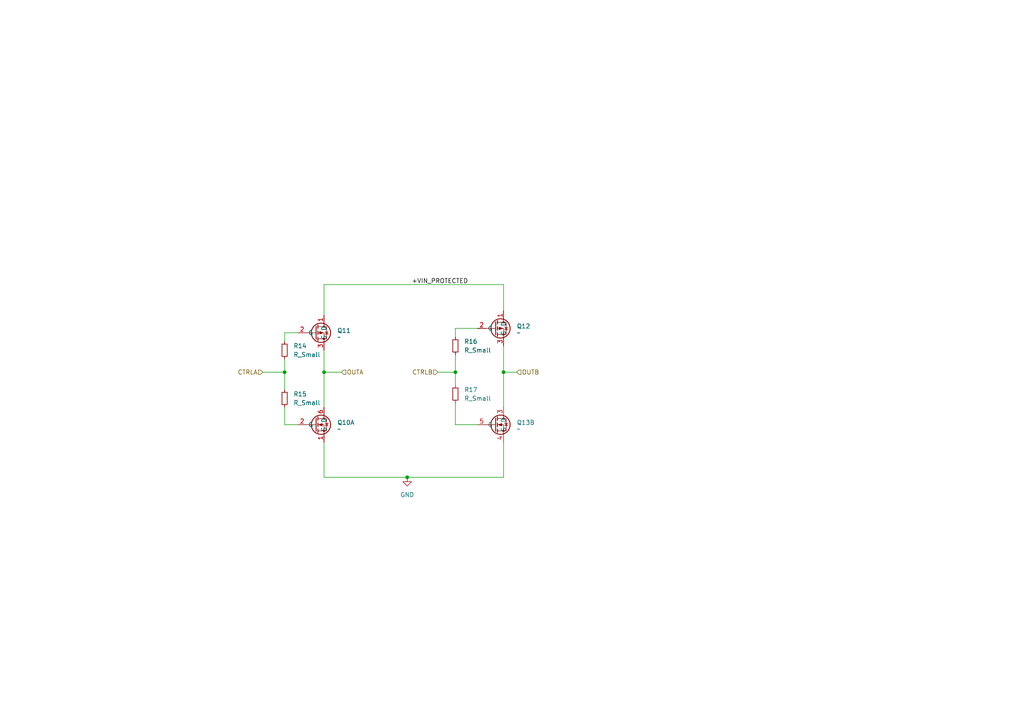
<source format=kicad_sch>
(kicad_sch (version 20250114) (generator "eeschema") (generator_version "9.0")
  (paper "A4")
  (lib_symbols
    (symbol "CMLDM7002AJ__2"
      (property "Reference" "Q" (at -4.572 4.064 0))
      (symbol "CMLDM7002AJ__2_0_1"
        (polyline (pts (xy -2.54 0) (xy -5.334 0)))
        (polyline (pts (xy -2.286 1.905) (xy -2.286 -1.905)) (stroke (width 0.254)))
        (polyline (pts (xy -1.778 2.286) (xy -1.778 1.27)) (stroke (width 0.254)))
        (polyline (pts (xy -1.778 0.508) (xy -1.778 -0.508)) (stroke (width 0.254)))
        (polyline (pts (xy -1.778 -1.27) (xy -1.778 -2.286)) (stroke (width 0.254)))
        (polyline (pts (xy -1.778 -1.778) (xy 0.762 -1.778) (xy 0.762 1.778) (xy -1.778 1.778)))
        (polyline (pts (xy -1.524 0) (xy -0.508 0.381) (xy -0.508 -0.381) (xy -1.524 0)) (fill (type outline)))
        (circle (center -0.889 0) (radius 2.794) (stroke (width 0.254)))
        (polyline (pts (xy 0 2.54) (xy 0 1.778)))
        (circle (center 0 1.778) (radius 0.254) (fill (type outline)))
        (circle (center 0 -1.778) (radius 0.254) (fill (type outline)))
        (polyline (pts (xy 0 -2.54) (xy 0 0) (xy -1.778 0)))
        (polyline (pts (xy 0.254 0.508) (xy 0.381 0.381) (xy 1.143 0.381) (xy 1.27 0.254)))
        (polyline (pts (xy 0.762 0.381) (xy 0.381 -0.254) (xy 1.143 -0.254) (xy 0.762 0.381)))
      )
      (symbol "CMLDM7002AJ__2_1_1"
        (pin passive line (at -7.62 0 0) (length 2.54) (name "G") (number "2"))
        (pin input line (at 0 5.08 270) (length 2.54) (name "D") (number "6"))
        (pin passive line (at 0 -5.08 90) (length 2.54) (name "S") (number "1"))
      )
      (symbol "CMLDM7002AJ__2_2_1"
        (pin passive line (at -7.62 0 0) (length 2.54) (name "G") (number "5"))
        (pin input line (at 0 5.08 270) (length 2.54) (name "D") (number "3"))
        (pin passive line (at 0 -5.08 90) (length 2.54) (name "S") (number "4"))
      )
    )
    (symbol "Device:R_Small" (pin_numbers (hide yes)) (pin_names (offset 0.254) (hide yes))
      (property "Reference" "R" (at 0.762 0.508 0))
      (property "Value" "R_Small" (at 0.762 -1.016 0))
      (symbol "R_Small_0_1"
        (rectangle (start -0.762 1.778) (end 0.762 -1.778) (stroke (width 0.2032)))
      )
      (symbol "R_Small_1_1"
        (pin passive line (at 0 2.54 270) (length 0.762) (name "~") (number "1"))
        (pin passive line (at 0 -2.54 90) (length 0.762) (name "~") (number "2"))
      )
    )
    (symbol "my_library:ZVP4525GTA"
      (property "Reference" "Q" (at -4.318 3.048 0))
      (symbol "ZVP4525GTA_0_1"
        (polyline (pts (xy -2.286 1.905) (xy -2.286 -1.905)) (stroke (width 0.254)))
        (polyline (pts (xy -2.286 0) (xy -5.08 0)))
        (polyline (pts (xy -1.778 2.286) (xy -1.778 1.27)) (stroke (width 0.254)))
        (polyline (pts (xy -1.778 1.778) (xy 0.762 1.778) (xy 0.762 -1.778) (xy -1.778 -1.778)))
        (polyline (pts (xy -1.778 0.508) (xy -1.778 -0.508)) (stroke (width 0.254)))
        (polyline (pts (xy -1.778 -1.27) (xy -1.778 -2.286)) (stroke (width 0.254)))
        (circle (center -0.889 0) (radius 2.794) (stroke (width 0.254)))
        (polyline (pts (xy -0.254 0) (xy -1.27 0.381) (xy -1.27 -0.381) (xy -0.254 0)) (fill (type outline)))
        (polyline (pts (xy 0 2.54) (xy 0 1.778)))
        (circle (center 0 1.778) (radius 0.254) (fill (type outline)))
        (circle (center 0 -1.778) (radius 0.254) (fill (type outline)))
        (polyline (pts (xy 0 -2.54) (xy 0 0) (xy -1.778 0)))
        (polyline (pts (xy 0.254 -0.508) (xy 0.381 -0.381) (xy 1.143 -0.381) (xy 1.27 -0.254)))
        (polyline (pts (xy 0.762 -0.381) (xy 0.381 0.254) (xy 1.143 0.254) (xy 0.762 -0.381)))
      )
      (symbol "ZVP4525GTA_1_1"
        (pin input line (at -7.62 0 0) (length 2.54) (name "G") (number "2"))
        (pin passive line (at 0 5.08 270) (length 2.54) (name "D") (number "1"))
        (pin passive line (at 0 -5.08 90) (length 2.54) (name "S") (number "3"))
      )
    )
    (symbol "power:GND" (power) (pin_numbers (hide yes)) (pin_names (offset 0) (hide yes))
      (property "Value" "GND" (at 0 -3.81 0))
      (symbol "GND_0_1"
        (polyline (pts (xy 0 0) (xy 0 -1.27) (xy 1.27 -1.27) (xy 0 -2.54) (xy -1.27 -1.27) (xy 0 -1.27)))
      )
      (symbol "GND_1_1"
        (pin power_in line (at 0 0 270) (length 0) (name "~") (number "1"))
      )
    )
  )
  (junction (at 146.05 107.95))
  (junction (at 93.98 107.95))
  (junction (at 118.11 138.43))
  (junction (at 82.55 107.95))
  (junction (at 132.08 107.95))
  (wire (pts (xy 82.55 107.95) (xy 82.55 113.03)))
  (wire (pts (xy 146.05 82.55) (xy 146.05 90.17)))
  (wire (pts (xy 82.55 118.11) (xy 82.55 123.19)))
  (wire (pts (xy 93.98 91.44) (xy 93.98 82.55)))
  (wire (pts (xy 132.08 107.95) (xy 132.08 111.76)))
  (wire (pts (xy 93.98 82.55) (xy 146.05 82.55)))
  (wire (pts (xy 127 107.95) (xy 132.08 107.95)))
  (wire (pts (xy 82.55 96.52) (xy 86.36 96.52)))
  (wire (pts (xy 132.08 123.19) (xy 138.43 123.19)))
  (wire (pts (xy 146.05 107.95) (xy 149.86 107.95)))
  (wire (pts (xy 82.55 99.06) (xy 82.55 96.52)))
  (wire (pts (xy 82.55 104.14) (xy 82.55 107.95)))
  (wire (pts (xy 132.08 116.84) (xy 132.08 123.19)))
  (wire (pts (xy 146.05 138.43) (xy 118.11 138.43)))
  (wire (pts (xy 82.55 123.19) (xy 86.36 123.19)))
  (wire (pts (xy 93.98 138.43) (xy 118.11 138.43)))
  (wire (pts (xy 132.08 102.87) (xy 132.08 107.95)))
  (wire (pts (xy 93.98 107.95) (xy 99.06 107.95)))
  (wire (pts (xy 93.98 128.27) (xy 93.98 138.43)))
  (wire (pts (xy 93.98 101.6) (xy 93.98 107.95)))
  (wire (pts (xy 93.98 107.95) (xy 93.98 118.11)))
  (wire (pts (xy 132.08 95.25) (xy 138.43 95.25)))
  (wire (pts (xy 146.05 107.95) (xy 146.05 118.11)))
  (wire (pts (xy 146.05 128.27) (xy 146.05 138.43)))
  (wire (pts (xy 76.2 107.95) (xy 82.55 107.95)))
  (wire (pts (xy 146.05 100.33) (xy 146.05 107.95)))
  (wire (pts (xy 132.08 97.79) (xy 132.08 95.25)))
  (label "+VIN_PROTECTED" (at 119.38 82.55 0))
  (hierarchical_label "CTRLA" (shape input) (at 76.2 107.95 180))
  (hierarchical_label "OUTB" (shape input) (at 149.86 107.95 0))
  (hierarchical_label "CTRLB" (shape input) (at 127 107.95 180))
  (hierarchical_label "OUTA" (shape input) (at 99.06 107.95 0))
  (symbol (lib_name "CMLDM7002AJ__2") (lib_id "my_library:CMLDM7002AJ_") (at 93.98 123.19 0) (unit 1)
    (property "Reference" "Q3" (at 97.79 122.5549 0) (effects (justify left)))
    (property "Value" "~" (at 97.79 124.46 0) (effects (justify left)))
    (instances (project "dummy_control_unit" (path "" (reference "Q10") (unit 1)) (path "" (reference "Q3") (unit 1)) (path "" (reference "Q13") (unit 1)) (path "" (reference "Q7") (unit 1)) (path "" (reference "Q19") (unit 1)) (path "" (reference "Q22") (unit 1)) (path "" (reference "Q16") (unit 1))))
  )
  (symbol (lib_name "CMLDM7002AJ__2") (lib_id "my_library:CMLDM7002AJ_") (at 146.05 123.19 0) (unit 2)
    (property "Reference" "Q7" (at 149.86 122.5549 0) (effects (justify left)))
    (property "Value" "~" (at 149.86 124.46 0) (effects (justify left)))
    (instances (project "dummy_control_unit" (path "" (reference "Q13") (unit 2)) (path "" (reference "Q7") (unit 2)) (path "" (reference "Q16") (unit 2)) (path "" (reference "Q10") (unit 2)) (path "" (reference "Q22") (unit 2)) (path "" (reference "Q25") (unit 2)) (path "" (reference "Q19") (unit 2))))
  )
  (symbol (lib_id "my_library:ZVP4525GTA") (at 93.98 96.52 0) (unit 1)
    (property "Reference" "Q5" (at 97.79 95.8849 0) (effects (justify left)))
    (property "Value" "~" (at 97.79 97.79 0) (effects (justify left)))
    (instances (project "dummy_control_unit" (path "" (reference "Q11") (unit 1)) (path "" (reference "Q5") (unit 1)) (path "" (reference "Q14") (unit 1)) (path "" (reference "Q8") (unit 1)) (path "" (reference "Q20") (unit 1)) (path "" (reference "Q23") (unit 1)) (path "" (reference "Q17") (unit 1))))
  )
  (symbol (lib_id "Device:R_Small") (at 132.08 100.33 0) (unit 1)
    (property "Reference" "R8" (at 134.62 99.0599 0) (effects (justify left)))
    (property "Value" "R_Small" (at 134.62 101.5999 0) (effects (justify left)))
    (property "Description" "Resistor, small symbol" (effects (hide yes)))
    (instances (project "dummy_control_unit" (path "" (reference "R16") (unit 1)) (path "" (reference "R8") (unit 1)) (path "" (reference "R20") (unit 1)) (path "" (reference "R12") (unit 1)) (path "" (reference "R28") (unit 1)) (path "" (reference "R32") (unit 1)) (path "" (reference "R4") (unit 1)) (path "" (reference "R24") (unit 1))))
  )
  (symbol (lib_id "Device:R_Small") (at 82.55 101.6 0) (unit 1)
    (property "Reference" "R6" (at 85.09 100.3299 0) (effects (justify left)))
    (property "Value" "R_Small" (at 85.09 102.8699 0) (effects (justify left)))
    (property "Description" "Resistor, small symbol" (effects (hide yes)))
    (instances (project "dummy_control_unit" (path "" (reference "R14") (unit 1)) (path "" (reference "R6") (unit 1)) (path "" (reference "R18") (unit 1)) (path "" (reference "R10") (unit 1)) (path "" (reference "R26") (unit 1)) (path "" (reference "R30") (unit 1)) (path "" (reference "R22") (unit 1))))
  )
  (symbol (lib_id "power:GND") (at 118.11 138.43 0) (unit 1)
    (property "Reference" "#PWR02" (effects (hide yes)))
    (property "Value" "GND" (at 118.11 143.51 0))
    (property "Description" "Power symbol creates a global label with name \"GND\" , ground" (effects (hide yes)))
    (instances (project "dummy_control_unit" (path "" (reference "#PWR04") (unit 1)) (path "" (reference "#PWR02") (unit 1)) (path "" (reference "#PWR07") (unit 1)) (path "" (reference "#PWR03") (unit 1)) (path "" (reference "#PWR013") (unit 1)) (path "" (reference "#PWR014") (unit 1)) (path "" (reference "#PWR0101") (unit 1)) (path "" (reference "#PWR010") (unit 1))))
  )
  (symbol (lib_id "Device:R_Small") (at 82.55 115.57 0) (unit 1)
    (property "Reference" "R7" (at 85.09 114.2999 0) (effects (justify left)))
    (property "Value" "R_Small" (at 85.09 116.8399 0) (effects (justify left)))
    (property "Description" "Resistor, small symbol" (effects (hide yes)))
    (instances (project "dummy_control_unit" (path "" (reference "R15") (unit 1)) (path "" (reference "R7") (unit 1)) (path "" (reference "R19") (unit 1)) (path "" (reference "R11") (unit 1)) (path "" (reference "R27") (unit 1)) (path "" (reference "R31") (unit 1)) (path "" (reference "R2") (unit 1)) (path "" (reference "R23") (unit 1))))
  )
  (symbol (lib_id "my_library:ZVP4525GTA") (at 146.05 95.25 0) (unit 1)
    (property "Reference" "Q6" (at 149.86 94.6149 0) (effects (justify left)))
    (property "Value" "~" (at 149.86 96.52 0) (effects (justify left)))
    (instances (project "dummy_control_unit" (path "" (reference "Q12") (unit 1)) (path "" (reference "Q6") (unit 1)) (path "" (reference "Q15") (unit 1)) (path "" (reference "Q9") (unit 1)) (path "" (reference "Q21") (unit 1)) (path "" (reference "Q24") (unit 1)) (path "" (reference "Q18") (unit 1))))
  )
  (symbol (lib_id "Device:R_Small") (at 132.08 114.3 0) (unit 1)
    (property "Reference" "R9" (at 134.62 113.0299 0) (effects (justify left)))
    (property "Value" "R_Small" (at 134.62 115.5699 0) (effects (justify left)))
    (property "Description" "Resistor, small symbol" (effects (hide yes)))
    (instances (project "dummy_control_unit" (path "" (reference "R17") (unit 1)) (path "" (reference "R9") (unit 1)) (path "" (reference "R21") (unit 1)) (path "" (reference "R13") (unit 1)) (path "" (reference "R29") (unit 1)) (path "" (reference "R33") (unit 1)) (path "" (reference "R5") (unit 1)) (path "" (reference "R25") (unit 1))))
  )
)
</source>
